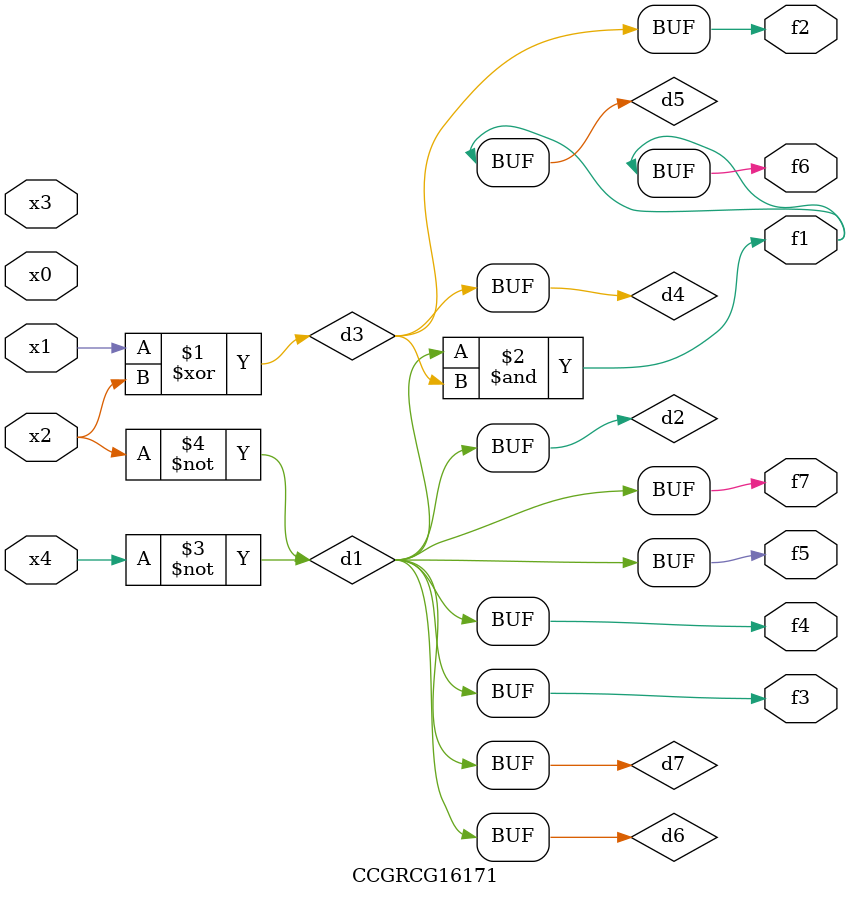
<source format=v>
module CCGRCG16171(
	input x0, x1, x2, x3, x4,
	output f1, f2, f3, f4, f5, f6, f7
);

	wire d1, d2, d3, d4, d5, d6, d7;

	not (d1, x4);
	not (d2, x2);
	xor (d3, x1, x2);
	buf (d4, d3);
	and (d5, d1, d3);
	buf (d6, d1, d2);
	buf (d7, d2);
	assign f1 = d5;
	assign f2 = d4;
	assign f3 = d7;
	assign f4 = d7;
	assign f5 = d7;
	assign f6 = d5;
	assign f7 = d7;
endmodule

</source>
